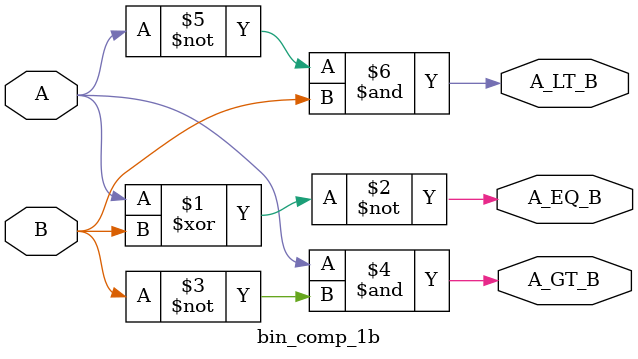
<source format=v>
module bin_comp_1b(output A_EQ_B, A_GT_B, A_LT_B, input A, B);
    assign  A_EQ_B = ~(A ^  B),
            A_GT_B =   A & ~B ,
            A_LT_B =  ~A &  B ;

endmodule
</source>
